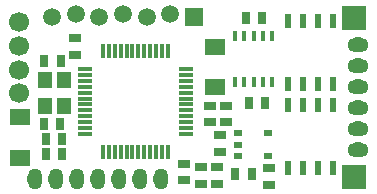
<source format=gts>
G04 (created by PCBNEW (2013-may-18)-stable) date Mit 10 Dez 2014 19:38:00 UTC*
%MOIN*%
G04 Gerber Fmt 3.4, Leading zero omitted, Abs format*
%FSLAX34Y34*%
G01*
G70*
G90*
G04 APERTURE LIST*
%ADD10C,0.00590551*%
%ADD11R,0.0393701X0.0275591*%
%ADD12R,0.0275591X0.0393701*%
%ADD13R,0.03X0.02*%
%ADD14R,0.0708X0.0551*%
%ADD15R,0.0452756X0.0551181*%
%ADD16R,0.0472441X0.011811*%
%ADD17R,0.011811X0.0472441*%
%ADD18R,0.0126X0.0339*%
%ADD19R,0.02X0.045*%
%ADD20C,0.0669291*%
%ADD21R,0.0787402X0.0787402*%
%ADD22C,0.0590551*%
%ADD23R,0.0590551X0.0590551*%
%ADD24O,0.05X0.07*%
%ADD25O,0.07X0.05*%
G04 APERTURE END LIST*
G54D10*
G54D11*
X54094Y-41338D03*
X54094Y-40787D03*
X50433Y-36614D03*
X50433Y-37165D03*
G54D12*
X49980Y-37381D03*
X49429Y-37381D03*
X49409Y-39468D03*
X49960Y-39468D03*
G54D13*
X55877Y-39782D03*
X55877Y-40532D03*
X56877Y-39782D03*
X55877Y-40157D03*
X56877Y-40532D03*
G54D14*
X48622Y-39252D03*
X48622Y-40590D03*
G54D15*
X49448Y-38858D03*
X49448Y-37992D03*
X50078Y-37992D03*
X50078Y-38858D03*
G54D16*
X50787Y-37637D03*
X50787Y-37834D03*
X50787Y-38031D03*
X50787Y-38228D03*
X50787Y-38425D03*
X50787Y-38622D03*
X50787Y-38818D03*
X50787Y-39015D03*
X50787Y-39212D03*
X50787Y-39409D03*
X50787Y-39606D03*
X50787Y-39803D03*
G54D17*
X51377Y-40393D03*
X51574Y-40393D03*
X51771Y-40393D03*
X51968Y-40393D03*
X52165Y-40393D03*
X52362Y-40393D03*
X52559Y-40393D03*
X52755Y-40393D03*
X52952Y-40393D03*
X53149Y-40393D03*
X53346Y-40393D03*
X53543Y-40393D03*
G54D16*
X54133Y-39803D03*
X54133Y-39606D03*
X54133Y-39409D03*
X54133Y-39212D03*
X54133Y-39015D03*
X54133Y-38818D03*
X54133Y-38622D03*
X54133Y-38425D03*
X54133Y-38228D03*
X54133Y-38031D03*
X54133Y-37834D03*
X54133Y-37637D03*
G54D17*
X53543Y-37047D03*
X53346Y-37047D03*
X53149Y-37047D03*
X52952Y-37047D03*
X52755Y-37047D03*
X52559Y-37047D03*
X52362Y-37047D03*
X52165Y-37047D03*
X51968Y-37047D03*
X51771Y-37047D03*
X51574Y-37047D03*
X51377Y-37047D03*
G54D11*
X54645Y-41456D03*
X54645Y-40905D03*
X55196Y-41456D03*
X55196Y-40905D03*
G54D12*
X55787Y-41141D03*
X56338Y-41141D03*
G54D11*
X55472Y-39409D03*
X55472Y-38858D03*
X56929Y-41496D03*
X56929Y-40944D03*
X54960Y-39409D03*
X54960Y-38858D03*
G54D12*
X49468Y-39980D03*
X50019Y-39980D03*
G54D11*
X55275Y-40393D03*
X55275Y-39842D03*
G54D12*
X56791Y-38779D03*
X56240Y-38779D03*
X56141Y-35944D03*
X56692Y-35944D03*
G54D18*
X55770Y-38062D03*
X56085Y-38062D03*
X56400Y-38062D03*
X56715Y-38062D03*
X57030Y-38062D03*
X57030Y-36538D03*
X56715Y-36538D03*
X56400Y-36538D03*
X56085Y-36538D03*
X55770Y-36538D03*
G54D14*
X55118Y-38228D03*
X55118Y-36890D03*
G54D19*
X59050Y-40950D03*
X59050Y-38850D03*
X58550Y-40950D03*
X58050Y-40950D03*
X57550Y-40950D03*
X58550Y-38850D03*
X58050Y-38850D03*
X57550Y-38850D03*
X59050Y-38150D03*
X59050Y-36050D03*
X58550Y-38150D03*
X58050Y-38150D03*
X57550Y-38150D03*
X58550Y-36050D03*
X58050Y-36050D03*
X57550Y-36050D03*
G54D12*
X49468Y-40472D03*
X50019Y-40472D03*
G54D20*
X48582Y-38444D03*
X48582Y-37657D03*
X48582Y-36082D03*
X48582Y-36870D03*
G54D21*
X59763Y-35944D03*
X59763Y-41220D03*
G54D22*
X49685Y-35905D03*
X50472Y-35787D03*
X51259Y-35905D03*
X52047Y-35787D03*
X52834Y-35905D03*
G54D23*
X54409Y-35905D03*
G54D22*
X53622Y-35787D03*
G54D24*
X49100Y-41299D03*
X53300Y-41299D03*
X49800Y-41299D03*
X50500Y-41299D03*
X51200Y-41299D03*
X51900Y-41299D03*
X52600Y-41299D03*
G54D25*
X59881Y-40332D03*
X59881Y-36832D03*
X59881Y-37532D03*
X59881Y-38232D03*
X59881Y-38932D03*
X59881Y-39632D03*
M02*

</source>
